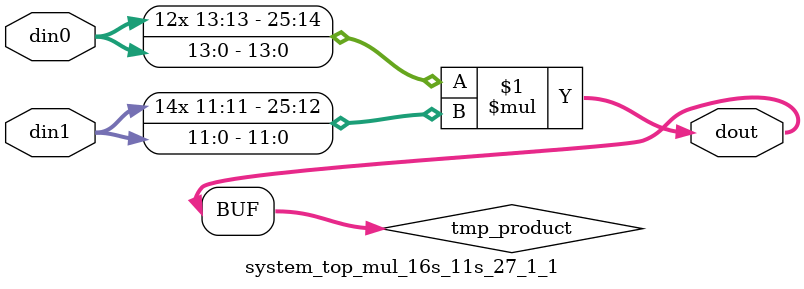
<source format=v>

`timescale 1 ns / 1 ps

 module system_top_mul_16s_11s_27_1_1(din0, din1, dout);
parameter ID = 1;
parameter NUM_STAGE = 0;
parameter din0_WIDTH = 14;
parameter din1_WIDTH = 12;
parameter dout_WIDTH = 26;

input [din0_WIDTH - 1 : 0] din0; 
input [din1_WIDTH - 1 : 0] din1; 
output [dout_WIDTH - 1 : 0] dout;

wire signed [dout_WIDTH - 1 : 0] tmp_product;



























assign tmp_product = $signed(din0) * $signed(din1);








assign dout = tmp_product;





















endmodule

</source>
